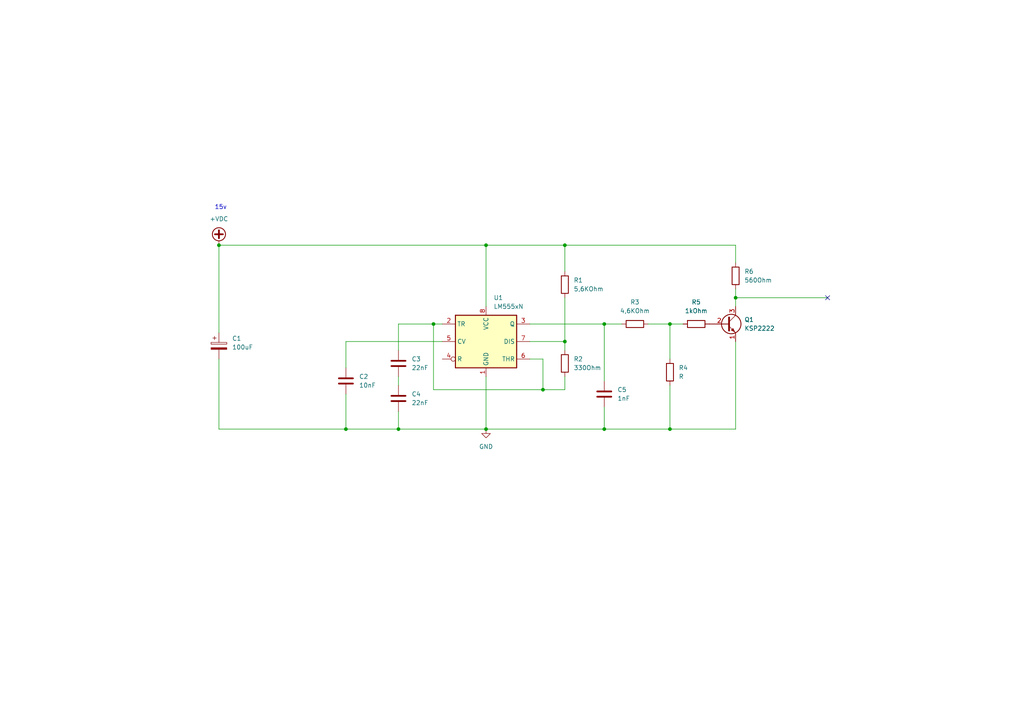
<source format=kicad_sch>
(kicad_sch (version 20230121) (generator eeschema)
  (paper "A4")
  (lib_symbols
    (symbol "Device:C" (pin_numbers hide) (pin_names (offset 0.254))
      (property "Reference" "C" (at 0.635 2.54 0))
      (property "Value" "C" (at 0.635 -2.54 0))
      (symbol "C_0_1"
        (polyline (pts (xy -2.032 -0.762) (xy 2.032 -0.762)) (stroke (width 0.508)))
        (polyline (pts (xy -2.032 0.762) (xy 2.032 0.762)) (stroke (width 0.508)))
      )
      (symbol "C_1_1"
        (pin passive line (at 0 3.81 270) (length 2.794) (name "~") (number "1"))
        (pin passive line (at 0 -3.81 90) (length 2.794) (name "~") (number "2"))
      )
    )
    (symbol "Device:C_Polarized" (pin_numbers hide) (pin_names (offset 0.254))
      (property "Reference" "C" (at 0.635 2.54 0))
      (property "Value" "C_Polarized" (at 0.635 -2.54 0))
      (symbol "C_Polarized_0_1"
        (rectangle (start -2.286 0.508) (end 2.286 1.016))
        (polyline (pts (xy -1.778 2.286) (xy -0.762 2.286)))
        (polyline (pts (xy -1.27 2.794) (xy -1.27 1.778)))
        (rectangle (start 2.286 -0.508) (end -2.286 -1.016) (fill (type outline)))
      )
      (symbol "C_Polarized_1_1"
        (pin passive line (at 0 3.81 270) (length 2.794) (name "~") (number "1"))
        (pin passive line (at 0 -3.81 90) (length 2.794) (name "~") (number "2"))
      )
    )
    (symbol "Device:R" (pin_numbers hide) (pin_names (offset 0))
      (property "Reference" "R" (at 2.032 0 90))
      (property "Value" "R" (at 0 0 90))
      (symbol "R_0_1"
        (rectangle (start -1.016 -2.54) (end 1.016 2.54) (stroke (width 0.254)))
      )
      (symbol "R_1_1"
        (pin passive line (at 0 3.81 270) (length 1.27) (name "~") (number "1"))
        (pin passive line (at 0 -3.81 90) (length 1.27) (name "~") (number "2"))
      )
    )
    (symbol "Timer:LM555xN"
      (property "Reference" "U" (at -10.16 8.89 0))
      (property "Value" "LM555xN" (at 2.54 8.89 0))
      (symbol "LM555xN_0_0"
        (pin power_in line (at 0 -10.16 90) (length 2.54) (name "GND") (number "1"))
        (pin power_in line (at 0 10.16 270) (length 2.54) (name "VCC") (number "8"))
      )
      (symbol "LM555xN_0_1"
        (rectangle (start -8.89 -7.62) (end 8.89 7.62) (stroke (width 0.254)) (fill (type background)))
        (rectangle (start -8.89 -7.62) (end 8.89 7.62) (stroke (width 0.254)) (fill (type background)))
      )
      (symbol "LM555xN_1_1"
        (pin input line (at -12.7 5.08 0) (length 3.81) (name "TR") (number "2"))
        (pin output line (at 12.7 5.08 180) (length 3.81) (name "Q") (number "3"))
        (pin input inverted (at -12.7 -5.08 0) (length 3.81) (name "R") (number "4"))
        (pin input line (at -12.7 0 0) (length 3.81) (name "CV") (number "5"))
        (pin input line (at 12.7 -5.08 180) (length 3.81) (name "THR") (number "6"))
        (pin input line (at 12.7 0 180) (length 3.81) (name "DIS") (number "7"))
      )
    )
    (symbol "Transistor_BJT:2N3904" (pin_names (offset 0) hide)
      (property "Reference" "Q" (at 5.08 1.905 0))
      (property "Value" "2N3904" (at 5.08 0 0))
      (symbol "2N3904_0_1"
        (polyline (pts (xy 0.635 0.635) (xy 2.54 2.54)))
        (polyline (pts (xy 0.635 -0.635) (xy 2.54 -2.54) (xy 2.54 -2.54)))
        (polyline (pts (xy 0.635 1.905) (xy 0.635 -1.905) (xy 0.635 -1.905)) (stroke (width 0.508)))
        (polyline (pts (xy 1.27 -1.778) (xy 1.778 -1.27) (xy 2.286 -2.286) (xy 1.27 -1.778) (xy 1.27 -1.778)) (fill (type outline)))
        (circle (center 1.27 0) (radius 2.8194) (stroke (width 0.254)))
      )
      (symbol "2N3904_1_1"
        (pin passive line (at 2.54 -5.08 90) (length 2.54) (name "E") (number "1"))
        (pin passive line (at -5.08 0 0) (length 5.715) (name "B") (number "2"))
        (pin passive line (at 2.54 5.08 270) (length 2.54) (name "C") (number "3"))
      )
    )
    (symbol "power:+VDC" (power) (pin_names (offset 0))
      (property "Value" "+VDC" (at 0 6.35 0))
      (symbol "+VDC_0_1"
        (polyline (pts (xy -1.143 3.175) (xy 1.143 3.175)) (stroke (width 0.508)))
        (polyline (pts (xy 0 0) (xy 0 1.27)))
        (polyline (pts (xy 0 2.032) (xy 0 4.318)) (stroke (width 0.508)))
        (circle (center 0 3.175) (radius 1.905) (stroke (width 0.254)))
      )
      (symbol "+VDC_1_1"
        (pin power_in line (at 0 0 90) (length 0) hide (name "+VDC") (number "1"))
      )
    )
    (symbol "power:GND" (power) (pin_names (offset 0))
      (property "Value" "GND" (at 0 -3.81 0))
      (symbol "GND_0_1"
        (polyline (pts (xy 0 0) (xy 0 -1.27) (xy 1.27 -1.27) (xy 0 -2.54) (xy -1.27 -1.27) (xy 0 -1.27)))
      )
      (symbol "GND_1_1"
        (pin power_in line (at 0 0 270) (length 0) hide (name "GND") (number "1"))
      )
    )
  )
  (junction (at 63.5 71.12))
  (junction (at 194.31 124.46))
  (junction (at 163.83 71.12))
  (junction (at 100.33 124.46))
  (junction (at 163.83 99.06))
  (junction (at 175.26 124.46))
  (junction (at 115.57 124.46))
  (junction (at 140.97 124.46))
  (junction (at 175.26 93.98))
  (junction (at 194.31 93.98))
  (junction (at 213.36 86.36))
  (junction (at 125.73 93.98))
  (junction (at 157.48 113.03))
  (junction (at 140.97 71.12))
  (no_connect (at 240.03 86.36))
  (wire (pts (xy 100.33 99.06) (xy 100.33 106.68)))
  (wire (pts (xy 125.73 113.03) (xy 157.48 113.03)))
  (wire (pts (xy 213.36 71.12) (xy 213.36 76.2)))
  (wire (pts (xy 128.27 99.06) (xy 100.33 99.06)))
  (wire (pts (xy 63.5 96.52) (xy 63.5 71.12)))
  (wire (pts (xy 194.31 93.98) (xy 198.12 93.98)))
  (wire (pts (xy 163.83 86.36) (xy 163.83 99.06)))
  (wire (pts (xy 153.67 104.14) (xy 157.48 104.14)))
  (wire (pts (xy 213.36 99.06) (xy 213.36 124.46)))
  (wire (pts (xy 153.67 93.98) (xy 175.26 93.98)))
  (wire (pts (xy 213.36 71.12) (xy 163.83 71.12)))
  (wire (pts (xy 115.57 119.38) (xy 115.57 124.46)))
  (wire (pts (xy 153.67 99.06) (xy 163.83 99.06)))
  (wire (pts (xy 63.5 71.12) (xy 140.97 71.12)))
  (wire (pts (xy 125.73 93.98) (xy 128.27 93.98)))
  (wire (pts (xy 140.97 71.12) (xy 140.97 88.9)))
  (wire (pts (xy 213.36 83.82) (xy 213.36 86.36)))
  (wire (pts (xy 100.33 124.46) (xy 115.57 124.46)))
  (wire (pts (xy 63.5 124.46) (xy 100.33 124.46)))
  (wire (pts (xy 157.48 113.03) (xy 163.83 113.03)))
  (wire (pts (xy 194.31 111.76) (xy 194.31 124.46)))
  (wire (pts (xy 100.33 114.3) (xy 100.33 124.46)))
  (wire (pts (xy 140.97 124.46) (xy 140.97 109.22)))
  (wire (pts (xy 187.96 93.98) (xy 194.31 93.98)))
  (wire (pts (xy 115.57 93.98) (xy 125.73 93.98)))
  (wire (pts (xy 63.5 104.14) (xy 63.5 124.46)))
  (wire (pts (xy 115.57 101.6) (xy 115.57 93.98)))
  (wire (pts (xy 115.57 124.46) (xy 140.97 124.46)))
  (wire (pts (xy 194.31 93.98) (xy 194.31 104.14)))
  (wire (pts (xy 125.73 93.98) (xy 125.73 113.03)))
  (wire (pts (xy 175.26 118.11) (xy 175.26 124.46)))
  (wire (pts (xy 163.83 71.12) (xy 140.97 71.12)))
  (wire (pts (xy 175.26 124.46) (xy 194.31 124.46)))
  (wire (pts (xy 163.83 78.74) (xy 163.83 71.12)))
  (wire (pts (xy 175.26 93.98) (xy 180.34 93.98)))
  (wire (pts (xy 175.26 124.46) (xy 140.97 124.46)))
  (wire (pts (xy 175.26 93.98) (xy 175.26 110.49)))
  (wire (pts (xy 157.48 104.14) (xy 157.48 113.03)))
  (wire (pts (xy 163.83 113.03) (xy 163.83 109.22)))
  (wire (pts (xy 115.57 109.22) (xy 115.57 111.76)))
  (wire (pts (xy 213.36 86.36) (xy 213.36 88.9)))
  (wire (pts (xy 213.36 86.36) (xy 240.03 86.36)))
  (wire (pts (xy 194.31 124.46) (xy 213.36 124.46)))
  (wire (pts (xy 163.83 99.06) (xy 163.83 101.6)))
  (text "15v" (at 62.23 60.96 0) (effects (font (size 1.27 1.27)) (justify left bottom)))
  (symbol (lib_id "Device:C") (at 115.57 115.57 0) (unit 1)
    (property "Reference" "C4" (at 119.38 114.3 0) (effects (justify left)))
    (property "Value" "22nF" (at 119.38 116.84 0) (effects (justify left)))
  )
  (symbol (lib_id "Timer:LM555xN") (at 140.97 99.06 0) (unit 1)
    (property "Reference" "U1" (at 143.1641 86.36 0) (effects (justify left)))
    (property "Value" "LM555xN" (at 143.1641 88.9 0) (effects (justify left)))
    (property "Footprint" "Package_DIP:DIP-8_W7.62mm" (effects hide))
    (property "Datasheet" "http://www.ti.com/lit/ds/symlink/lm555.pdf" (effects hide))
  )
  (symbol (lib_id "Device:R") (at 163.83 105.41 180) (unit 1)
    (property "Reference" "R2" (at 166.37 104.14 0) (effects (justify right)))
    (property "Value" "330Ohm" (at 166.37 106.68 0) (effects (justify right)))
  )
  (symbol (lib_id "Transistor_BJT:2N3904") (at 210.82 93.98 0) (unit 1)
    (property "Reference" "Q1" (at 215.9 92.71 0) (effects (justify left)))
    (property "Value" "KSP2222" (at 215.9 95.25 0) (effects (justify left)))
    (property "Footprint" "Package_TO_SOT_THT:TO-92_Inline" (effects hide))
    (property "Datasheet" "https://www.onsemi.com/pub/Collateral/2N3903-D.PDF" (effects hide))
  )
  (symbol (lib_id "Device:R") (at 213.36 80.01 0) (unit 1)
    (property "Reference" "R6" (at 215.9 78.74 0) (effects (justify left)))
    (property "Value" "560Ohm" (at 215.9 81.28 0) (effects (justify left)))
  )
  (symbol (lib_id "Device:R") (at 184.15 93.98 90) (unit 1)
    (property "Reference" "R3" (at 184.15 87.63 90))
    (property "Value" "4,6KOhm" (at 184.15 90.17 90))
  )
  (symbol (lib_id "Device:C") (at 115.57 105.41 0) (unit 1)
    (property "Reference" "C3" (at 119.38 104.14 0) (effects (justify left)))
    (property "Value" "22nF" (at 119.38 106.68 0) (effects (justify left)))
  )
  (symbol (lib_id "Device:R") (at 163.83 82.55 180) (unit 1)
    (property "Reference" "R1" (at 166.37 81.28 0) (effects (justify right)))
    (property "Value" "5,6KOhm" (at 166.37 83.82 0) (effects (justify right)))
  )
  (symbol (lib_id "Device:C") (at 100.33 110.49 0) (unit 1)
    (property "Reference" "C2" (at 104.14 109.22 0) (effects (justify left)))
    (property "Value" "10nF" (at 104.14 111.76 0) (effects (justify left)))
  )
  (symbol (lib_id "Device:R") (at 201.93 93.98 90) (unit 1)
    (property "Reference" "R5" (at 201.93 87.63 90))
    (property "Value" "1kOhm" (at 201.93 90.17 90))
  )
  (symbol (lib_id "Device:C") (at 175.26 114.3 0) (unit 1)
    (property "Reference" "C5" (at 179.07 113.03 0) (effects (justify left)))
    (property "Value" "1nF" (at 179.07 115.57 0) (effects (justify left)))
  )
  (symbol (lib_id "power:+VDC") (at 63.5 71.12 0) (unit 1)
    (property "Reference" "#PWR02" (effects hide))
    (property "Value" "+VDC" (at 63.5 63.5 0))
  )
  (symbol (lib_id "power:GND") (at 140.97 124.46 0) (unit 1)
    (property "Reference" "#PWR01" (effects hide))
    (property "Value" "GND" (at 140.97 129.54 0))
  )
  (symbol (lib_id "Device:C_Polarized") (at 63.5 100.33 0) (unit 1)
    (property "Reference" "C1" (at 67.31 98.171 0) (effects (justify left)))
    (property "Value" "100uF" (at 67.31 100.711 0) (effects (justify left)))
  )
  (symbol (lib_id "Device:R") (at 194.31 107.95 0) (unit 1)
    (property "Reference" "R4" (at 196.85 106.68 0) (effects (justify left)))
    (property "Value" "R" (at 196.85 109.22 0) (effects (justify left)))
  )
)
</source>
